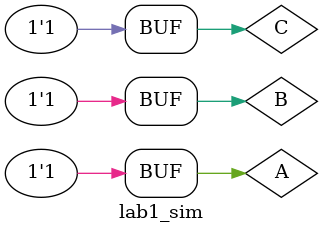
<source format=v>
`timescale 1ns / 1ps


module lab1_sim(

    );
    
    //Inputs
    reg A;
    reg B;
    reg C;
    
    //Outputs
    wire Sum;
    wire Carry;
    
    //Instantiate the UUT
    full_adder UUT (
    .A(A),
    .B(B),
    .C(C),
    .Sum(Sum),
    .Carry(Carry)
    );
    
    //Initialize Inputs
    initial begin
        A = 0;
        B = 0;
        C = 0;
        #10;
        C = 1;
        #10;
        C = 0;
        B = 1;
        #10;
        C = 1;
        #10;
        A = 1;
        B = 0;
        C = 0;
        #10;
        B = 1;
        #10;
        B = 0;
        C = 1;
        #10;
        B = 1;
    end
endmodule

</source>
